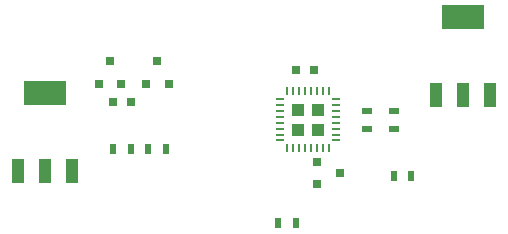
<source format=gbr>
G04 #@! TF.FileFunction,Paste,Top*
%FSLAX46Y46*%
G04 Gerber Fmt 4.6, Leading zero omitted, Abs format (unit mm)*
G04 Created by KiCad (PCBNEW (2015-09-02 BZR 6149, Git 4a56ee4)-product) date 11/10/2015 2:24:38 PM*
%MOMM*%
G01*
G04 APERTURE LIST*
%ADD10C,0.100000*%
%ADD11R,0.800000X0.750000*%
%ADD12R,0.250000X0.700000*%
%ADD13R,0.700000X0.250000*%
%ADD14R,1.035000X1.035000*%
%ADD15R,0.800100X0.800100*%
%ADD16R,0.900000X0.500000*%
%ADD17R,0.500000X0.900000*%
%ADD18R,3.657600X2.032000*%
%ADD19R,1.016000X2.032000*%
G04 APERTURE END LIST*
D10*
D11*
X76250000Y-55750000D03*
X74750000Y-55750000D03*
X60750000Y-58500000D03*
X59250000Y-58500000D03*
D12*
X77500000Y-57600000D03*
X77000000Y-57600000D03*
X76500000Y-57600000D03*
X76000000Y-57600000D03*
X75500000Y-57600000D03*
X75000000Y-57600000D03*
X74500000Y-57600000D03*
X74000000Y-57600000D03*
D13*
X73350000Y-58250000D03*
X73350000Y-58750000D03*
X73350000Y-59250000D03*
X73350000Y-59750000D03*
X73350000Y-60250000D03*
X73350000Y-60750000D03*
X73350000Y-61250000D03*
X73350000Y-61750000D03*
D12*
X74000000Y-62400000D03*
X74500000Y-62400000D03*
X75000000Y-62400000D03*
X75500000Y-62400000D03*
X76000000Y-62400000D03*
X76500000Y-62400000D03*
X77000000Y-62400000D03*
X77500000Y-62400000D03*
D13*
X78150000Y-61750000D03*
X78150000Y-61250000D03*
X78150000Y-60750000D03*
X78150000Y-60250000D03*
X78150000Y-59750000D03*
X78150000Y-59250000D03*
X78150000Y-58750000D03*
X78150000Y-58250000D03*
D14*
X74887500Y-60862500D03*
X76612500Y-60862500D03*
X74887500Y-59137500D03*
X76612500Y-59137500D03*
D15*
X58050000Y-57000760D03*
X59950000Y-57000760D03*
X59000000Y-55001780D03*
X62050000Y-57000760D03*
X63950000Y-57000760D03*
X63000000Y-55001780D03*
D16*
X83000000Y-59250000D03*
X83000000Y-60750000D03*
X80750000Y-59250000D03*
X80750000Y-60750000D03*
D17*
X60750000Y-62500000D03*
X59250000Y-62500000D03*
X62250000Y-62500000D03*
X63750000Y-62500000D03*
X74750000Y-68750000D03*
X73250000Y-68750000D03*
X83000000Y-64750000D03*
X84500000Y-64750000D03*
D15*
X76499240Y-63550000D03*
X76499240Y-65450000D03*
X78498220Y-64500000D03*
D18*
X53500000Y-57698000D03*
D19*
X53500000Y-64302000D03*
X55786000Y-64302000D03*
X51214000Y-64302000D03*
D18*
X88900000Y-51308000D03*
D19*
X88900000Y-57912000D03*
X91186000Y-57912000D03*
X86614000Y-57912000D03*
M02*

</source>
